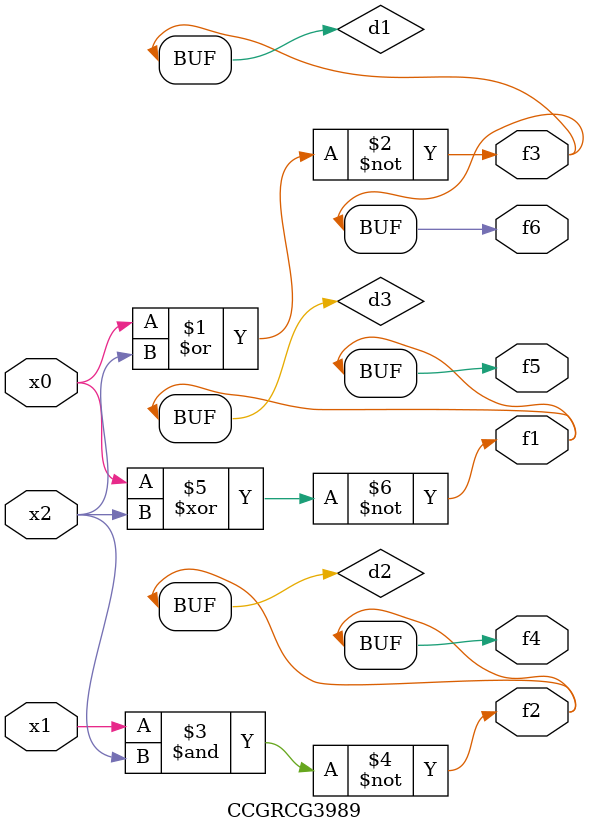
<source format=v>
module CCGRCG3989(
	input x0, x1, x2,
	output f1, f2, f3, f4, f5, f6
);

	wire d1, d2, d3;

	nor (d1, x0, x2);
	nand (d2, x1, x2);
	xnor (d3, x0, x2);
	assign f1 = d3;
	assign f2 = d2;
	assign f3 = d1;
	assign f4 = d2;
	assign f5 = d3;
	assign f6 = d1;
endmodule

</source>
